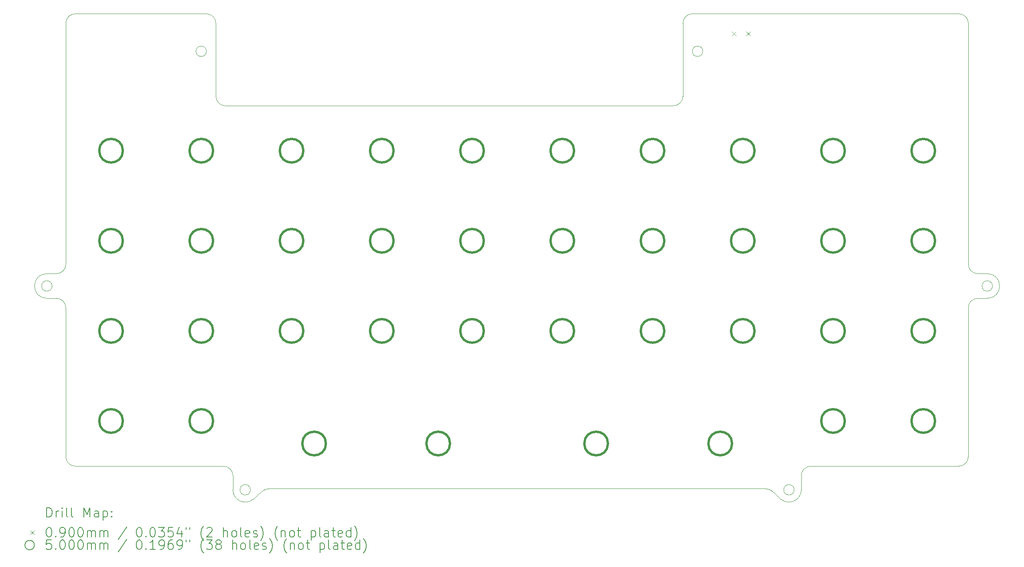
<source format=gbr>
%TF.GenerationSoftware,KiCad,Pcbnew,7.0.5-7.0.5~ubuntu22.04.1*%
%TF.CreationDate,2023-07-14T10:21:11+02:00*%
%TF.ProjectId,pur-offset-space-55,7075722d-6f66-4667-9365-742d73706163,rev?*%
%TF.SameCoordinates,Original*%
%TF.FileFunction,Drillmap*%
%TF.FilePolarity,Positive*%
%FSLAX45Y45*%
G04 Gerber Fmt 4.5, Leading zero omitted, Abs format (unit mm)*
G04 Created by KiCad (PCBNEW 7.0.5-7.0.5~ubuntu22.04.1) date 2023-07-14 10:21:11*
%MOMM*%
%LPD*%
G01*
G04 APERTURE LIST*
%ADD10C,0.100000*%
%ADD11C,0.200000*%
%ADD12C,0.090000*%
%ADD13C,0.500000*%
G04 APERTURE END LIST*
D10*
X24033380Y-10494580D02*
G75*
G03*
X24033380Y-9974580I0J260000D01*
G01*
X23833380Y-10494580D02*
G75*
G03*
X23633380Y-10694580I0J-200000D01*
G01*
X17808380Y-4479520D02*
G75*
G03*
X17608380Y-4679514I-10J-199990D01*
G01*
X19397259Y-14525535D02*
X19427469Y-14535972D01*
X4583380Y-6424580D02*
X4583380Y-4679514D01*
X8789302Y-14535967D02*
X8799110Y-14532309D01*
X8809085Y-14529028D01*
X8819230Y-14526136D01*
X8829549Y-14523641D01*
X8835527Y-14522398D01*
X23633380Y-9774580D02*
X23633380Y-8329580D01*
X23633386Y-4679514D02*
G75*
G03*
X23433380Y-4479514I-200006J-6D01*
G01*
X8109630Y-14244580D02*
G75*
G03*
X7909630Y-14044580I-200000J0D01*
G01*
X7750876Y-4679514D02*
G75*
G03*
X7550880Y-4479514I-199996J4D01*
G01*
X4583380Y-10694580D02*
G75*
G03*
X4383380Y-10494580I-200000J0D01*
G01*
X19620490Y-14690746D02*
X19628559Y-14698388D01*
X19636657Y-14705964D01*
X19644787Y-14713470D01*
X19652953Y-14720897D01*
X19657636Y-14725103D01*
X7909630Y-14044580D02*
X4783380Y-14044580D01*
X4783380Y-4479514D02*
X7550880Y-4479514D01*
X20307130Y-14044580D02*
G75*
G03*
X20107130Y-14244580I0J-200000D01*
G01*
X23633380Y-10694580D02*
X23633380Y-13844580D01*
X20107130Y-14544580D02*
X20107130Y-14244580D01*
X4783380Y-4479514D02*
G75*
G03*
X4583380Y-4679514I0J-200000D01*
G01*
X4183380Y-9974580D02*
X4383380Y-9974580D01*
X8835527Y-14522398D02*
X8869630Y-14520830D01*
X7750880Y-4679514D02*
X7750880Y-6224580D01*
X8533656Y-14746311D02*
X8542055Y-14739409D01*
X8550407Y-14732400D01*
X8558710Y-14725284D01*
X8566966Y-14718062D01*
X8571662Y-14713886D01*
X24033380Y-9974580D02*
X23833380Y-9974580D01*
X7550880Y-5272080D02*
G75*
G03*
X7550880Y-5272080I-110000J0D01*
G01*
X17408380Y-6424580D02*
G75*
G03*
X17608380Y-6224580I0J200000D01*
G01*
X24033380Y-10494580D02*
X23833380Y-10494580D01*
X19559514Y-14631440D02*
X19567532Y-14639185D01*
X19575529Y-14646977D01*
X19583511Y-14654806D01*
X19591482Y-14662662D01*
X19596033Y-14667159D01*
X8632886Y-14655129D02*
X8657268Y-14631412D01*
X19596033Y-14667159D02*
X19620490Y-14690746D01*
X8109630Y-14544580D02*
G75*
G03*
X8533656Y-14746311I260000J0D01*
G01*
X17608380Y-4679514D02*
X17608380Y-6224580D01*
X4293380Y-10234580D02*
G75*
G03*
X4293380Y-10234580I-110000J0D01*
G01*
X4583380Y-9774580D02*
X4583380Y-6424580D01*
X8657268Y-14631412D02*
X8665310Y-14623725D01*
X8673381Y-14616106D01*
X8681485Y-14608565D01*
X8689628Y-14601111D01*
X8694300Y-14596895D01*
X19347130Y-14520830D02*
X19358449Y-14521055D01*
X19369570Y-14521731D01*
X19380493Y-14522856D01*
X19391219Y-14524432D01*
X19397259Y-14525535D01*
X8789302Y-14535967D02*
X8760221Y-14548963D01*
X8694300Y-14596895D02*
X8720055Y-14576323D01*
X4183380Y-9974580D02*
G75*
G03*
X4183380Y-10494580I0J-260000D01*
G01*
X19427469Y-14535972D02*
X19437116Y-14539999D01*
X19446607Y-14544384D01*
X19455945Y-14549117D01*
X19465134Y-14554187D01*
X19470320Y-14557232D01*
X24143380Y-10234580D02*
G75*
G03*
X24143380Y-10234580I-110000J0D01*
G01*
X19534957Y-14608117D02*
X19559514Y-14631440D01*
X4583380Y-13844580D02*
G75*
G03*
X4783380Y-14044580I200000J0D01*
G01*
X4583380Y-10694580D02*
X4583380Y-13844580D01*
X23433380Y-14044580D02*
X21728380Y-14044580D01*
X19957130Y-14544580D02*
G75*
G03*
X19957130Y-14544580I-110000J0D01*
G01*
X23633380Y-9774580D02*
G75*
G03*
X23833380Y-9974580I200000J0D01*
G01*
X8479630Y-14544580D02*
G75*
G03*
X8479630Y-14544580I-110000J0D01*
G01*
X19496722Y-14576339D02*
X19505234Y-14582953D01*
X19513658Y-14589766D01*
X19522001Y-14596767D01*
X19530266Y-14603942D01*
X19534957Y-14608117D01*
X20307130Y-14044580D02*
X21728380Y-14044580D01*
X19657636Y-14725103D02*
X19683145Y-14746345D01*
X7750880Y-6224580D02*
G75*
G03*
X7950880Y-6424580I200000J0D01*
G01*
X17808380Y-4479514D02*
X23433380Y-4479514D01*
X19683145Y-14746345D02*
G75*
G03*
X20107130Y-14544580I163985J201765D01*
G01*
X4383380Y-9974580D02*
G75*
G03*
X4583380Y-9774580I0J200000D01*
G01*
X23633380Y-6424580D02*
X23633380Y-8329580D01*
X8109630Y-14544580D02*
X8109630Y-14244580D01*
X7950880Y-6424580D02*
X17408380Y-6424580D01*
X19470320Y-14557232D02*
X19496722Y-14576339D01*
X8596299Y-14690710D02*
X8604340Y-14683009D01*
X8612358Y-14675257D01*
X8620355Y-14667459D01*
X8628333Y-14659622D01*
X8632886Y-14655129D01*
X18028380Y-5272080D02*
G75*
G03*
X18028380Y-5272080I-110000J0D01*
G01*
X8720055Y-14576323D02*
X8728659Y-14569922D01*
X8737360Y-14563743D01*
X8746165Y-14557800D01*
X8755077Y-14552103D01*
X8760221Y-14548963D01*
X19347130Y-14520830D02*
X8869630Y-14520830D01*
X23433380Y-14044580D02*
G75*
G03*
X23633380Y-13844580I0J200000D01*
G01*
X23633380Y-4679514D02*
X23633380Y-6424580D01*
X4183380Y-10494580D02*
X4383380Y-10494580D01*
X8571662Y-14713886D02*
X8596299Y-14690710D01*
D11*
D12*
X18642700Y-4853920D02*
X18732700Y-4943920D01*
X18732700Y-4853920D02*
X18642700Y-4943920D01*
X18942700Y-4853920D02*
X19032700Y-4943920D01*
X19032700Y-4853920D02*
X18942700Y-4943920D01*
D13*
X5787840Y-7374260D02*
G75*
G03*
X5787840Y-7374260I-250000J0D01*
G01*
X5787840Y-9279260D02*
G75*
G03*
X5787840Y-9279260I-250000J0D01*
G01*
X5787840Y-11184260D02*
G75*
G03*
X5787840Y-11184260I-250000J0D01*
G01*
X5787840Y-13089260D02*
G75*
G03*
X5787840Y-13089260I-250000J0D01*
G01*
X7692840Y-7374260D02*
G75*
G03*
X7692840Y-7374260I-250000J0D01*
G01*
X7692840Y-9279260D02*
G75*
G03*
X7692840Y-9279260I-250000J0D01*
G01*
X7692840Y-11184260D02*
G75*
G03*
X7692840Y-11184260I-250000J0D01*
G01*
X7692840Y-13089260D02*
G75*
G03*
X7692840Y-13089260I-250000J0D01*
G01*
X9597840Y-7374260D02*
G75*
G03*
X9597840Y-7374260I-250000J0D01*
G01*
X9597840Y-9279260D02*
G75*
G03*
X9597840Y-9279260I-250000J0D01*
G01*
X9597840Y-11184260D02*
G75*
G03*
X9597840Y-11184260I-250000J0D01*
G01*
X10074090Y-13565510D02*
G75*
G03*
X10074090Y-13565510I-250000J0D01*
G01*
X11502840Y-7374260D02*
G75*
G03*
X11502840Y-7374260I-250000J0D01*
G01*
X11502840Y-9279260D02*
G75*
G03*
X11502840Y-9279260I-250000J0D01*
G01*
X11502840Y-11184260D02*
G75*
G03*
X11502840Y-11184260I-250000J0D01*
G01*
X12693465Y-13565510D02*
G75*
G03*
X12693465Y-13565510I-250000J0D01*
G01*
X13407840Y-7374260D02*
G75*
G03*
X13407840Y-7374260I-250000J0D01*
G01*
X13407840Y-9279260D02*
G75*
G03*
X13407840Y-9279260I-250000J0D01*
G01*
X13407840Y-11184260D02*
G75*
G03*
X13407840Y-11184260I-250000J0D01*
G01*
X15312840Y-7374260D02*
G75*
G03*
X15312840Y-7374260I-250000J0D01*
G01*
X15312840Y-9279260D02*
G75*
G03*
X15312840Y-9279260I-250000J0D01*
G01*
X15312840Y-11184260D02*
G75*
G03*
X15312840Y-11184260I-250000J0D01*
G01*
X16027215Y-13565510D02*
G75*
G03*
X16027215Y-13565510I-250000J0D01*
G01*
X17217840Y-7374260D02*
G75*
G03*
X17217840Y-7374260I-250000J0D01*
G01*
X17217840Y-9279260D02*
G75*
G03*
X17217840Y-9279260I-250000J0D01*
G01*
X17217840Y-11184260D02*
G75*
G03*
X17217840Y-11184260I-250000J0D01*
G01*
X18646590Y-13565510D02*
G75*
G03*
X18646590Y-13565510I-250000J0D01*
G01*
X19122840Y-7374260D02*
G75*
G03*
X19122840Y-7374260I-250000J0D01*
G01*
X19122840Y-9279260D02*
G75*
G03*
X19122840Y-9279260I-250000J0D01*
G01*
X19122840Y-11184260D02*
G75*
G03*
X19122840Y-11184260I-250000J0D01*
G01*
X21027840Y-7374260D02*
G75*
G03*
X21027840Y-7374260I-250000J0D01*
G01*
X21027840Y-9279260D02*
G75*
G03*
X21027840Y-9279260I-250000J0D01*
G01*
X21027840Y-11184260D02*
G75*
G03*
X21027840Y-11184260I-250000J0D01*
G01*
X21027840Y-13089260D02*
G75*
G03*
X21027840Y-13089260I-250000J0D01*
G01*
X22932840Y-7374260D02*
G75*
G03*
X22932840Y-7374260I-250000J0D01*
G01*
X22932840Y-9279260D02*
G75*
G03*
X22932840Y-9279260I-250000J0D01*
G01*
X22932840Y-11184260D02*
G75*
G03*
X22932840Y-11184260I-250000J0D01*
G01*
X22932840Y-13089260D02*
G75*
G03*
X22932840Y-13089260I-250000J0D01*
G01*
D11*
X4179157Y-15121064D02*
X4179157Y-14921064D01*
X4179157Y-14921064D02*
X4226776Y-14921064D01*
X4226776Y-14921064D02*
X4255347Y-14930588D01*
X4255347Y-14930588D02*
X4274395Y-14949635D01*
X4274395Y-14949635D02*
X4283919Y-14968683D01*
X4283919Y-14968683D02*
X4293443Y-15006778D01*
X4293443Y-15006778D02*
X4293443Y-15035349D01*
X4293443Y-15035349D02*
X4283919Y-15073445D01*
X4283919Y-15073445D02*
X4274395Y-15092492D01*
X4274395Y-15092492D02*
X4255347Y-15111540D01*
X4255347Y-15111540D02*
X4226776Y-15121064D01*
X4226776Y-15121064D02*
X4179157Y-15121064D01*
X4379157Y-15121064D02*
X4379157Y-14987730D01*
X4379157Y-15025826D02*
X4388681Y-15006778D01*
X4388681Y-15006778D02*
X4398204Y-14997254D01*
X4398204Y-14997254D02*
X4417252Y-14987730D01*
X4417252Y-14987730D02*
X4436300Y-14987730D01*
X4502966Y-15121064D02*
X4502966Y-14987730D01*
X4502966Y-14921064D02*
X4493443Y-14930588D01*
X4493443Y-14930588D02*
X4502966Y-14940111D01*
X4502966Y-14940111D02*
X4512490Y-14930588D01*
X4512490Y-14930588D02*
X4502966Y-14921064D01*
X4502966Y-14921064D02*
X4502966Y-14940111D01*
X4626776Y-15121064D02*
X4607728Y-15111540D01*
X4607728Y-15111540D02*
X4598204Y-15092492D01*
X4598204Y-15092492D02*
X4598204Y-14921064D01*
X4731538Y-15121064D02*
X4712490Y-15111540D01*
X4712490Y-15111540D02*
X4702966Y-15092492D01*
X4702966Y-15092492D02*
X4702966Y-14921064D01*
X4960109Y-15121064D02*
X4960109Y-14921064D01*
X4960109Y-14921064D02*
X5026776Y-15063921D01*
X5026776Y-15063921D02*
X5093443Y-14921064D01*
X5093443Y-14921064D02*
X5093443Y-15121064D01*
X5274395Y-15121064D02*
X5274395Y-15016302D01*
X5274395Y-15016302D02*
X5264871Y-14997254D01*
X5264871Y-14997254D02*
X5245824Y-14987730D01*
X5245824Y-14987730D02*
X5207728Y-14987730D01*
X5207728Y-14987730D02*
X5188681Y-14997254D01*
X5274395Y-15111540D02*
X5255347Y-15121064D01*
X5255347Y-15121064D02*
X5207728Y-15121064D01*
X5207728Y-15121064D02*
X5188681Y-15111540D01*
X5188681Y-15111540D02*
X5179157Y-15092492D01*
X5179157Y-15092492D02*
X5179157Y-15073445D01*
X5179157Y-15073445D02*
X5188681Y-15054397D01*
X5188681Y-15054397D02*
X5207728Y-15044873D01*
X5207728Y-15044873D02*
X5255347Y-15044873D01*
X5255347Y-15044873D02*
X5274395Y-15035349D01*
X5369633Y-14987730D02*
X5369633Y-15187730D01*
X5369633Y-14997254D02*
X5388681Y-14987730D01*
X5388681Y-14987730D02*
X5426776Y-14987730D01*
X5426776Y-14987730D02*
X5445824Y-14997254D01*
X5445824Y-14997254D02*
X5455347Y-15006778D01*
X5455347Y-15006778D02*
X5464871Y-15025826D01*
X5464871Y-15025826D02*
X5464871Y-15082968D01*
X5464871Y-15082968D02*
X5455347Y-15102016D01*
X5455347Y-15102016D02*
X5445824Y-15111540D01*
X5445824Y-15111540D02*
X5426776Y-15121064D01*
X5426776Y-15121064D02*
X5388681Y-15121064D01*
X5388681Y-15121064D02*
X5369633Y-15111540D01*
X5550585Y-15102016D02*
X5560109Y-15111540D01*
X5560109Y-15111540D02*
X5550585Y-15121064D01*
X5550585Y-15121064D02*
X5541062Y-15111540D01*
X5541062Y-15111540D02*
X5550585Y-15102016D01*
X5550585Y-15102016D02*
X5550585Y-15121064D01*
X5550585Y-14997254D02*
X5560109Y-15006778D01*
X5560109Y-15006778D02*
X5550585Y-15016302D01*
X5550585Y-15016302D02*
X5541062Y-15006778D01*
X5541062Y-15006778D02*
X5550585Y-14997254D01*
X5550585Y-14997254D02*
X5550585Y-15016302D01*
D12*
X3828380Y-15404580D02*
X3918380Y-15494580D01*
X3918380Y-15404580D02*
X3828380Y-15494580D01*
D11*
X4217252Y-15341064D02*
X4236300Y-15341064D01*
X4236300Y-15341064D02*
X4255347Y-15350588D01*
X4255347Y-15350588D02*
X4264871Y-15360111D01*
X4264871Y-15360111D02*
X4274395Y-15379159D01*
X4274395Y-15379159D02*
X4283919Y-15417254D01*
X4283919Y-15417254D02*
X4283919Y-15464873D01*
X4283919Y-15464873D02*
X4274395Y-15502968D01*
X4274395Y-15502968D02*
X4264871Y-15522016D01*
X4264871Y-15522016D02*
X4255347Y-15531540D01*
X4255347Y-15531540D02*
X4236300Y-15541064D01*
X4236300Y-15541064D02*
X4217252Y-15541064D01*
X4217252Y-15541064D02*
X4198204Y-15531540D01*
X4198204Y-15531540D02*
X4188681Y-15522016D01*
X4188681Y-15522016D02*
X4179157Y-15502968D01*
X4179157Y-15502968D02*
X4169633Y-15464873D01*
X4169633Y-15464873D02*
X4169633Y-15417254D01*
X4169633Y-15417254D02*
X4179157Y-15379159D01*
X4179157Y-15379159D02*
X4188681Y-15360111D01*
X4188681Y-15360111D02*
X4198204Y-15350588D01*
X4198204Y-15350588D02*
X4217252Y-15341064D01*
X4369633Y-15522016D02*
X4379157Y-15531540D01*
X4379157Y-15531540D02*
X4369633Y-15541064D01*
X4369633Y-15541064D02*
X4360109Y-15531540D01*
X4360109Y-15531540D02*
X4369633Y-15522016D01*
X4369633Y-15522016D02*
X4369633Y-15541064D01*
X4474395Y-15541064D02*
X4512490Y-15541064D01*
X4512490Y-15541064D02*
X4531538Y-15531540D01*
X4531538Y-15531540D02*
X4541062Y-15522016D01*
X4541062Y-15522016D02*
X4560109Y-15493445D01*
X4560109Y-15493445D02*
X4569633Y-15455349D01*
X4569633Y-15455349D02*
X4569633Y-15379159D01*
X4569633Y-15379159D02*
X4560109Y-15360111D01*
X4560109Y-15360111D02*
X4550585Y-15350588D01*
X4550585Y-15350588D02*
X4531538Y-15341064D01*
X4531538Y-15341064D02*
X4493443Y-15341064D01*
X4493443Y-15341064D02*
X4474395Y-15350588D01*
X4474395Y-15350588D02*
X4464871Y-15360111D01*
X4464871Y-15360111D02*
X4455347Y-15379159D01*
X4455347Y-15379159D02*
X4455347Y-15426778D01*
X4455347Y-15426778D02*
X4464871Y-15445826D01*
X4464871Y-15445826D02*
X4474395Y-15455349D01*
X4474395Y-15455349D02*
X4493443Y-15464873D01*
X4493443Y-15464873D02*
X4531538Y-15464873D01*
X4531538Y-15464873D02*
X4550585Y-15455349D01*
X4550585Y-15455349D02*
X4560109Y-15445826D01*
X4560109Y-15445826D02*
X4569633Y-15426778D01*
X4693443Y-15341064D02*
X4712490Y-15341064D01*
X4712490Y-15341064D02*
X4731538Y-15350588D01*
X4731538Y-15350588D02*
X4741062Y-15360111D01*
X4741062Y-15360111D02*
X4750585Y-15379159D01*
X4750585Y-15379159D02*
X4760109Y-15417254D01*
X4760109Y-15417254D02*
X4760109Y-15464873D01*
X4760109Y-15464873D02*
X4750585Y-15502968D01*
X4750585Y-15502968D02*
X4741062Y-15522016D01*
X4741062Y-15522016D02*
X4731538Y-15531540D01*
X4731538Y-15531540D02*
X4712490Y-15541064D01*
X4712490Y-15541064D02*
X4693443Y-15541064D01*
X4693443Y-15541064D02*
X4674395Y-15531540D01*
X4674395Y-15531540D02*
X4664871Y-15522016D01*
X4664871Y-15522016D02*
X4655347Y-15502968D01*
X4655347Y-15502968D02*
X4645824Y-15464873D01*
X4645824Y-15464873D02*
X4645824Y-15417254D01*
X4645824Y-15417254D02*
X4655347Y-15379159D01*
X4655347Y-15379159D02*
X4664871Y-15360111D01*
X4664871Y-15360111D02*
X4674395Y-15350588D01*
X4674395Y-15350588D02*
X4693443Y-15341064D01*
X4883919Y-15341064D02*
X4902966Y-15341064D01*
X4902966Y-15341064D02*
X4922014Y-15350588D01*
X4922014Y-15350588D02*
X4931538Y-15360111D01*
X4931538Y-15360111D02*
X4941062Y-15379159D01*
X4941062Y-15379159D02*
X4950585Y-15417254D01*
X4950585Y-15417254D02*
X4950585Y-15464873D01*
X4950585Y-15464873D02*
X4941062Y-15502968D01*
X4941062Y-15502968D02*
X4931538Y-15522016D01*
X4931538Y-15522016D02*
X4922014Y-15531540D01*
X4922014Y-15531540D02*
X4902966Y-15541064D01*
X4902966Y-15541064D02*
X4883919Y-15541064D01*
X4883919Y-15541064D02*
X4864871Y-15531540D01*
X4864871Y-15531540D02*
X4855347Y-15522016D01*
X4855347Y-15522016D02*
X4845824Y-15502968D01*
X4845824Y-15502968D02*
X4836300Y-15464873D01*
X4836300Y-15464873D02*
X4836300Y-15417254D01*
X4836300Y-15417254D02*
X4845824Y-15379159D01*
X4845824Y-15379159D02*
X4855347Y-15360111D01*
X4855347Y-15360111D02*
X4864871Y-15350588D01*
X4864871Y-15350588D02*
X4883919Y-15341064D01*
X5036300Y-15541064D02*
X5036300Y-15407730D01*
X5036300Y-15426778D02*
X5045824Y-15417254D01*
X5045824Y-15417254D02*
X5064871Y-15407730D01*
X5064871Y-15407730D02*
X5093443Y-15407730D01*
X5093443Y-15407730D02*
X5112490Y-15417254D01*
X5112490Y-15417254D02*
X5122014Y-15436302D01*
X5122014Y-15436302D02*
X5122014Y-15541064D01*
X5122014Y-15436302D02*
X5131538Y-15417254D01*
X5131538Y-15417254D02*
X5150585Y-15407730D01*
X5150585Y-15407730D02*
X5179157Y-15407730D01*
X5179157Y-15407730D02*
X5198205Y-15417254D01*
X5198205Y-15417254D02*
X5207728Y-15436302D01*
X5207728Y-15436302D02*
X5207728Y-15541064D01*
X5302966Y-15541064D02*
X5302966Y-15407730D01*
X5302966Y-15426778D02*
X5312490Y-15417254D01*
X5312490Y-15417254D02*
X5331538Y-15407730D01*
X5331538Y-15407730D02*
X5360109Y-15407730D01*
X5360109Y-15407730D02*
X5379157Y-15417254D01*
X5379157Y-15417254D02*
X5388681Y-15436302D01*
X5388681Y-15436302D02*
X5388681Y-15541064D01*
X5388681Y-15436302D02*
X5398205Y-15417254D01*
X5398205Y-15417254D02*
X5417252Y-15407730D01*
X5417252Y-15407730D02*
X5445824Y-15407730D01*
X5445824Y-15407730D02*
X5464871Y-15417254D01*
X5464871Y-15417254D02*
X5474395Y-15436302D01*
X5474395Y-15436302D02*
X5474395Y-15541064D01*
X5864871Y-15331540D02*
X5693443Y-15588683D01*
X6122014Y-15341064D02*
X6141062Y-15341064D01*
X6141062Y-15341064D02*
X6160109Y-15350588D01*
X6160109Y-15350588D02*
X6169633Y-15360111D01*
X6169633Y-15360111D02*
X6179157Y-15379159D01*
X6179157Y-15379159D02*
X6188681Y-15417254D01*
X6188681Y-15417254D02*
X6188681Y-15464873D01*
X6188681Y-15464873D02*
X6179157Y-15502968D01*
X6179157Y-15502968D02*
X6169633Y-15522016D01*
X6169633Y-15522016D02*
X6160109Y-15531540D01*
X6160109Y-15531540D02*
X6141062Y-15541064D01*
X6141062Y-15541064D02*
X6122014Y-15541064D01*
X6122014Y-15541064D02*
X6102966Y-15531540D01*
X6102966Y-15531540D02*
X6093443Y-15522016D01*
X6093443Y-15522016D02*
X6083919Y-15502968D01*
X6083919Y-15502968D02*
X6074395Y-15464873D01*
X6074395Y-15464873D02*
X6074395Y-15417254D01*
X6074395Y-15417254D02*
X6083919Y-15379159D01*
X6083919Y-15379159D02*
X6093443Y-15360111D01*
X6093443Y-15360111D02*
X6102966Y-15350588D01*
X6102966Y-15350588D02*
X6122014Y-15341064D01*
X6274395Y-15522016D02*
X6283919Y-15531540D01*
X6283919Y-15531540D02*
X6274395Y-15541064D01*
X6274395Y-15541064D02*
X6264871Y-15531540D01*
X6264871Y-15531540D02*
X6274395Y-15522016D01*
X6274395Y-15522016D02*
X6274395Y-15541064D01*
X6407728Y-15341064D02*
X6426776Y-15341064D01*
X6426776Y-15341064D02*
X6445824Y-15350588D01*
X6445824Y-15350588D02*
X6455347Y-15360111D01*
X6455347Y-15360111D02*
X6464871Y-15379159D01*
X6464871Y-15379159D02*
X6474395Y-15417254D01*
X6474395Y-15417254D02*
X6474395Y-15464873D01*
X6474395Y-15464873D02*
X6464871Y-15502968D01*
X6464871Y-15502968D02*
X6455347Y-15522016D01*
X6455347Y-15522016D02*
X6445824Y-15531540D01*
X6445824Y-15531540D02*
X6426776Y-15541064D01*
X6426776Y-15541064D02*
X6407728Y-15541064D01*
X6407728Y-15541064D02*
X6388681Y-15531540D01*
X6388681Y-15531540D02*
X6379157Y-15522016D01*
X6379157Y-15522016D02*
X6369633Y-15502968D01*
X6369633Y-15502968D02*
X6360109Y-15464873D01*
X6360109Y-15464873D02*
X6360109Y-15417254D01*
X6360109Y-15417254D02*
X6369633Y-15379159D01*
X6369633Y-15379159D02*
X6379157Y-15360111D01*
X6379157Y-15360111D02*
X6388681Y-15350588D01*
X6388681Y-15350588D02*
X6407728Y-15341064D01*
X6541062Y-15341064D02*
X6664871Y-15341064D01*
X6664871Y-15341064D02*
X6598205Y-15417254D01*
X6598205Y-15417254D02*
X6626776Y-15417254D01*
X6626776Y-15417254D02*
X6645824Y-15426778D01*
X6645824Y-15426778D02*
X6655347Y-15436302D01*
X6655347Y-15436302D02*
X6664871Y-15455349D01*
X6664871Y-15455349D02*
X6664871Y-15502968D01*
X6664871Y-15502968D02*
X6655347Y-15522016D01*
X6655347Y-15522016D02*
X6645824Y-15531540D01*
X6645824Y-15531540D02*
X6626776Y-15541064D01*
X6626776Y-15541064D02*
X6569633Y-15541064D01*
X6569633Y-15541064D02*
X6550586Y-15531540D01*
X6550586Y-15531540D02*
X6541062Y-15522016D01*
X6845824Y-15341064D02*
X6750586Y-15341064D01*
X6750586Y-15341064D02*
X6741062Y-15436302D01*
X6741062Y-15436302D02*
X6750586Y-15426778D01*
X6750586Y-15426778D02*
X6769633Y-15417254D01*
X6769633Y-15417254D02*
X6817252Y-15417254D01*
X6817252Y-15417254D02*
X6836300Y-15426778D01*
X6836300Y-15426778D02*
X6845824Y-15436302D01*
X6845824Y-15436302D02*
X6855347Y-15455349D01*
X6855347Y-15455349D02*
X6855347Y-15502968D01*
X6855347Y-15502968D02*
X6845824Y-15522016D01*
X6845824Y-15522016D02*
X6836300Y-15531540D01*
X6836300Y-15531540D02*
X6817252Y-15541064D01*
X6817252Y-15541064D02*
X6769633Y-15541064D01*
X6769633Y-15541064D02*
X6750586Y-15531540D01*
X6750586Y-15531540D02*
X6741062Y-15522016D01*
X7026776Y-15407730D02*
X7026776Y-15541064D01*
X6979157Y-15331540D02*
X6931538Y-15474397D01*
X6931538Y-15474397D02*
X7055347Y-15474397D01*
X7122014Y-15341064D02*
X7122014Y-15379159D01*
X7198205Y-15341064D02*
X7198205Y-15379159D01*
X7493443Y-15617254D02*
X7483919Y-15607730D01*
X7483919Y-15607730D02*
X7464871Y-15579159D01*
X7464871Y-15579159D02*
X7455348Y-15560111D01*
X7455348Y-15560111D02*
X7445824Y-15531540D01*
X7445824Y-15531540D02*
X7436300Y-15483921D01*
X7436300Y-15483921D02*
X7436300Y-15445826D01*
X7436300Y-15445826D02*
X7445824Y-15398207D01*
X7445824Y-15398207D02*
X7455348Y-15369635D01*
X7455348Y-15369635D02*
X7464871Y-15350588D01*
X7464871Y-15350588D02*
X7483919Y-15322016D01*
X7483919Y-15322016D02*
X7493443Y-15312492D01*
X7560109Y-15360111D02*
X7569633Y-15350588D01*
X7569633Y-15350588D02*
X7588681Y-15341064D01*
X7588681Y-15341064D02*
X7636300Y-15341064D01*
X7636300Y-15341064D02*
X7655348Y-15350588D01*
X7655348Y-15350588D02*
X7664871Y-15360111D01*
X7664871Y-15360111D02*
X7674395Y-15379159D01*
X7674395Y-15379159D02*
X7674395Y-15398207D01*
X7674395Y-15398207D02*
X7664871Y-15426778D01*
X7664871Y-15426778D02*
X7550586Y-15541064D01*
X7550586Y-15541064D02*
X7674395Y-15541064D01*
X7912490Y-15541064D02*
X7912490Y-15341064D01*
X7998205Y-15541064D02*
X7998205Y-15436302D01*
X7998205Y-15436302D02*
X7988681Y-15417254D01*
X7988681Y-15417254D02*
X7969633Y-15407730D01*
X7969633Y-15407730D02*
X7941062Y-15407730D01*
X7941062Y-15407730D02*
X7922014Y-15417254D01*
X7922014Y-15417254D02*
X7912490Y-15426778D01*
X8122014Y-15541064D02*
X8102967Y-15531540D01*
X8102967Y-15531540D02*
X8093443Y-15522016D01*
X8093443Y-15522016D02*
X8083919Y-15502968D01*
X8083919Y-15502968D02*
X8083919Y-15445826D01*
X8083919Y-15445826D02*
X8093443Y-15426778D01*
X8093443Y-15426778D02*
X8102967Y-15417254D01*
X8102967Y-15417254D02*
X8122014Y-15407730D01*
X8122014Y-15407730D02*
X8150586Y-15407730D01*
X8150586Y-15407730D02*
X8169633Y-15417254D01*
X8169633Y-15417254D02*
X8179157Y-15426778D01*
X8179157Y-15426778D02*
X8188681Y-15445826D01*
X8188681Y-15445826D02*
X8188681Y-15502968D01*
X8188681Y-15502968D02*
X8179157Y-15522016D01*
X8179157Y-15522016D02*
X8169633Y-15531540D01*
X8169633Y-15531540D02*
X8150586Y-15541064D01*
X8150586Y-15541064D02*
X8122014Y-15541064D01*
X8302967Y-15541064D02*
X8283919Y-15531540D01*
X8283919Y-15531540D02*
X8274395Y-15512492D01*
X8274395Y-15512492D02*
X8274395Y-15341064D01*
X8455348Y-15531540D02*
X8436300Y-15541064D01*
X8436300Y-15541064D02*
X8398205Y-15541064D01*
X8398205Y-15541064D02*
X8379157Y-15531540D01*
X8379157Y-15531540D02*
X8369633Y-15512492D01*
X8369633Y-15512492D02*
X8369633Y-15436302D01*
X8369633Y-15436302D02*
X8379157Y-15417254D01*
X8379157Y-15417254D02*
X8398205Y-15407730D01*
X8398205Y-15407730D02*
X8436300Y-15407730D01*
X8436300Y-15407730D02*
X8455348Y-15417254D01*
X8455348Y-15417254D02*
X8464872Y-15436302D01*
X8464872Y-15436302D02*
X8464872Y-15455349D01*
X8464872Y-15455349D02*
X8369633Y-15474397D01*
X8541062Y-15531540D02*
X8560110Y-15541064D01*
X8560110Y-15541064D02*
X8598205Y-15541064D01*
X8598205Y-15541064D02*
X8617253Y-15531540D01*
X8617253Y-15531540D02*
X8626776Y-15512492D01*
X8626776Y-15512492D02*
X8626776Y-15502968D01*
X8626776Y-15502968D02*
X8617253Y-15483921D01*
X8617253Y-15483921D02*
X8598205Y-15474397D01*
X8598205Y-15474397D02*
X8569633Y-15474397D01*
X8569633Y-15474397D02*
X8550586Y-15464873D01*
X8550586Y-15464873D02*
X8541062Y-15445826D01*
X8541062Y-15445826D02*
X8541062Y-15436302D01*
X8541062Y-15436302D02*
X8550586Y-15417254D01*
X8550586Y-15417254D02*
X8569633Y-15407730D01*
X8569633Y-15407730D02*
X8598205Y-15407730D01*
X8598205Y-15407730D02*
X8617253Y-15417254D01*
X8693443Y-15617254D02*
X8702967Y-15607730D01*
X8702967Y-15607730D02*
X8722014Y-15579159D01*
X8722014Y-15579159D02*
X8731538Y-15560111D01*
X8731538Y-15560111D02*
X8741062Y-15531540D01*
X8741062Y-15531540D02*
X8750586Y-15483921D01*
X8750586Y-15483921D02*
X8750586Y-15445826D01*
X8750586Y-15445826D02*
X8741062Y-15398207D01*
X8741062Y-15398207D02*
X8731538Y-15369635D01*
X8731538Y-15369635D02*
X8722014Y-15350588D01*
X8722014Y-15350588D02*
X8702967Y-15322016D01*
X8702967Y-15322016D02*
X8693443Y-15312492D01*
X9055348Y-15617254D02*
X9045824Y-15607730D01*
X9045824Y-15607730D02*
X9026776Y-15579159D01*
X9026776Y-15579159D02*
X9017253Y-15560111D01*
X9017253Y-15560111D02*
X9007729Y-15531540D01*
X9007729Y-15531540D02*
X8998205Y-15483921D01*
X8998205Y-15483921D02*
X8998205Y-15445826D01*
X8998205Y-15445826D02*
X9007729Y-15398207D01*
X9007729Y-15398207D02*
X9017253Y-15369635D01*
X9017253Y-15369635D02*
X9026776Y-15350588D01*
X9026776Y-15350588D02*
X9045824Y-15322016D01*
X9045824Y-15322016D02*
X9055348Y-15312492D01*
X9131538Y-15407730D02*
X9131538Y-15541064D01*
X9131538Y-15426778D02*
X9141062Y-15417254D01*
X9141062Y-15417254D02*
X9160110Y-15407730D01*
X9160110Y-15407730D02*
X9188681Y-15407730D01*
X9188681Y-15407730D02*
X9207729Y-15417254D01*
X9207729Y-15417254D02*
X9217253Y-15436302D01*
X9217253Y-15436302D02*
X9217253Y-15541064D01*
X9341062Y-15541064D02*
X9322014Y-15531540D01*
X9322014Y-15531540D02*
X9312491Y-15522016D01*
X9312491Y-15522016D02*
X9302967Y-15502968D01*
X9302967Y-15502968D02*
X9302967Y-15445826D01*
X9302967Y-15445826D02*
X9312491Y-15426778D01*
X9312491Y-15426778D02*
X9322014Y-15417254D01*
X9322014Y-15417254D02*
X9341062Y-15407730D01*
X9341062Y-15407730D02*
X9369634Y-15407730D01*
X9369634Y-15407730D02*
X9388681Y-15417254D01*
X9388681Y-15417254D02*
X9398205Y-15426778D01*
X9398205Y-15426778D02*
X9407729Y-15445826D01*
X9407729Y-15445826D02*
X9407729Y-15502968D01*
X9407729Y-15502968D02*
X9398205Y-15522016D01*
X9398205Y-15522016D02*
X9388681Y-15531540D01*
X9388681Y-15531540D02*
X9369634Y-15541064D01*
X9369634Y-15541064D02*
X9341062Y-15541064D01*
X9464872Y-15407730D02*
X9541062Y-15407730D01*
X9493443Y-15341064D02*
X9493443Y-15512492D01*
X9493443Y-15512492D02*
X9502967Y-15531540D01*
X9502967Y-15531540D02*
X9522014Y-15541064D01*
X9522014Y-15541064D02*
X9541062Y-15541064D01*
X9760110Y-15407730D02*
X9760110Y-15607730D01*
X9760110Y-15417254D02*
X9779157Y-15407730D01*
X9779157Y-15407730D02*
X9817253Y-15407730D01*
X9817253Y-15407730D02*
X9836300Y-15417254D01*
X9836300Y-15417254D02*
X9845824Y-15426778D01*
X9845824Y-15426778D02*
X9855348Y-15445826D01*
X9855348Y-15445826D02*
X9855348Y-15502968D01*
X9855348Y-15502968D02*
X9845824Y-15522016D01*
X9845824Y-15522016D02*
X9836300Y-15531540D01*
X9836300Y-15531540D02*
X9817253Y-15541064D01*
X9817253Y-15541064D02*
X9779157Y-15541064D01*
X9779157Y-15541064D02*
X9760110Y-15531540D01*
X9969634Y-15541064D02*
X9950586Y-15531540D01*
X9950586Y-15531540D02*
X9941062Y-15512492D01*
X9941062Y-15512492D02*
X9941062Y-15341064D01*
X10131538Y-15541064D02*
X10131538Y-15436302D01*
X10131538Y-15436302D02*
X10122015Y-15417254D01*
X10122015Y-15417254D02*
X10102967Y-15407730D01*
X10102967Y-15407730D02*
X10064872Y-15407730D01*
X10064872Y-15407730D02*
X10045824Y-15417254D01*
X10131538Y-15531540D02*
X10112491Y-15541064D01*
X10112491Y-15541064D02*
X10064872Y-15541064D01*
X10064872Y-15541064D02*
X10045824Y-15531540D01*
X10045824Y-15531540D02*
X10036300Y-15512492D01*
X10036300Y-15512492D02*
X10036300Y-15493445D01*
X10036300Y-15493445D02*
X10045824Y-15474397D01*
X10045824Y-15474397D02*
X10064872Y-15464873D01*
X10064872Y-15464873D02*
X10112491Y-15464873D01*
X10112491Y-15464873D02*
X10131538Y-15455349D01*
X10198205Y-15407730D02*
X10274395Y-15407730D01*
X10226776Y-15341064D02*
X10226776Y-15512492D01*
X10226776Y-15512492D02*
X10236300Y-15531540D01*
X10236300Y-15531540D02*
X10255348Y-15541064D01*
X10255348Y-15541064D02*
X10274395Y-15541064D01*
X10417253Y-15531540D02*
X10398205Y-15541064D01*
X10398205Y-15541064D02*
X10360110Y-15541064D01*
X10360110Y-15541064D02*
X10341062Y-15531540D01*
X10341062Y-15531540D02*
X10331538Y-15512492D01*
X10331538Y-15512492D02*
X10331538Y-15436302D01*
X10331538Y-15436302D02*
X10341062Y-15417254D01*
X10341062Y-15417254D02*
X10360110Y-15407730D01*
X10360110Y-15407730D02*
X10398205Y-15407730D01*
X10398205Y-15407730D02*
X10417253Y-15417254D01*
X10417253Y-15417254D02*
X10426776Y-15436302D01*
X10426776Y-15436302D02*
X10426776Y-15455349D01*
X10426776Y-15455349D02*
X10331538Y-15474397D01*
X10598205Y-15541064D02*
X10598205Y-15341064D01*
X10598205Y-15531540D02*
X10579157Y-15541064D01*
X10579157Y-15541064D02*
X10541062Y-15541064D01*
X10541062Y-15541064D02*
X10522015Y-15531540D01*
X10522015Y-15531540D02*
X10512491Y-15522016D01*
X10512491Y-15522016D02*
X10502967Y-15502968D01*
X10502967Y-15502968D02*
X10502967Y-15445826D01*
X10502967Y-15445826D02*
X10512491Y-15426778D01*
X10512491Y-15426778D02*
X10522015Y-15417254D01*
X10522015Y-15417254D02*
X10541062Y-15407730D01*
X10541062Y-15407730D02*
X10579157Y-15407730D01*
X10579157Y-15407730D02*
X10598205Y-15417254D01*
X10674396Y-15617254D02*
X10683919Y-15607730D01*
X10683919Y-15607730D02*
X10702967Y-15579159D01*
X10702967Y-15579159D02*
X10712491Y-15560111D01*
X10712491Y-15560111D02*
X10722015Y-15531540D01*
X10722015Y-15531540D02*
X10731538Y-15483921D01*
X10731538Y-15483921D02*
X10731538Y-15445826D01*
X10731538Y-15445826D02*
X10722015Y-15398207D01*
X10722015Y-15398207D02*
X10712491Y-15369635D01*
X10712491Y-15369635D02*
X10702967Y-15350588D01*
X10702967Y-15350588D02*
X10683919Y-15322016D01*
X10683919Y-15322016D02*
X10674396Y-15312492D01*
X3918380Y-15713580D02*
G75*
G03*
X3918380Y-15713580I-100000J0D01*
G01*
X4274395Y-15605064D02*
X4179157Y-15605064D01*
X4179157Y-15605064D02*
X4169633Y-15700302D01*
X4169633Y-15700302D02*
X4179157Y-15690778D01*
X4179157Y-15690778D02*
X4198204Y-15681254D01*
X4198204Y-15681254D02*
X4245824Y-15681254D01*
X4245824Y-15681254D02*
X4264871Y-15690778D01*
X4264871Y-15690778D02*
X4274395Y-15700302D01*
X4274395Y-15700302D02*
X4283919Y-15719349D01*
X4283919Y-15719349D02*
X4283919Y-15766968D01*
X4283919Y-15766968D02*
X4274395Y-15786016D01*
X4274395Y-15786016D02*
X4264871Y-15795540D01*
X4264871Y-15795540D02*
X4245824Y-15805064D01*
X4245824Y-15805064D02*
X4198204Y-15805064D01*
X4198204Y-15805064D02*
X4179157Y-15795540D01*
X4179157Y-15795540D02*
X4169633Y-15786016D01*
X4369633Y-15786016D02*
X4379157Y-15795540D01*
X4379157Y-15795540D02*
X4369633Y-15805064D01*
X4369633Y-15805064D02*
X4360109Y-15795540D01*
X4360109Y-15795540D02*
X4369633Y-15786016D01*
X4369633Y-15786016D02*
X4369633Y-15805064D01*
X4502966Y-15605064D02*
X4522014Y-15605064D01*
X4522014Y-15605064D02*
X4541062Y-15614588D01*
X4541062Y-15614588D02*
X4550585Y-15624111D01*
X4550585Y-15624111D02*
X4560109Y-15643159D01*
X4560109Y-15643159D02*
X4569633Y-15681254D01*
X4569633Y-15681254D02*
X4569633Y-15728873D01*
X4569633Y-15728873D02*
X4560109Y-15766968D01*
X4560109Y-15766968D02*
X4550585Y-15786016D01*
X4550585Y-15786016D02*
X4541062Y-15795540D01*
X4541062Y-15795540D02*
X4522014Y-15805064D01*
X4522014Y-15805064D02*
X4502966Y-15805064D01*
X4502966Y-15805064D02*
X4483919Y-15795540D01*
X4483919Y-15795540D02*
X4474395Y-15786016D01*
X4474395Y-15786016D02*
X4464871Y-15766968D01*
X4464871Y-15766968D02*
X4455347Y-15728873D01*
X4455347Y-15728873D02*
X4455347Y-15681254D01*
X4455347Y-15681254D02*
X4464871Y-15643159D01*
X4464871Y-15643159D02*
X4474395Y-15624111D01*
X4474395Y-15624111D02*
X4483919Y-15614588D01*
X4483919Y-15614588D02*
X4502966Y-15605064D01*
X4693443Y-15605064D02*
X4712490Y-15605064D01*
X4712490Y-15605064D02*
X4731538Y-15614588D01*
X4731538Y-15614588D02*
X4741062Y-15624111D01*
X4741062Y-15624111D02*
X4750585Y-15643159D01*
X4750585Y-15643159D02*
X4760109Y-15681254D01*
X4760109Y-15681254D02*
X4760109Y-15728873D01*
X4760109Y-15728873D02*
X4750585Y-15766968D01*
X4750585Y-15766968D02*
X4741062Y-15786016D01*
X4741062Y-15786016D02*
X4731538Y-15795540D01*
X4731538Y-15795540D02*
X4712490Y-15805064D01*
X4712490Y-15805064D02*
X4693443Y-15805064D01*
X4693443Y-15805064D02*
X4674395Y-15795540D01*
X4674395Y-15795540D02*
X4664871Y-15786016D01*
X4664871Y-15786016D02*
X4655347Y-15766968D01*
X4655347Y-15766968D02*
X4645824Y-15728873D01*
X4645824Y-15728873D02*
X4645824Y-15681254D01*
X4645824Y-15681254D02*
X4655347Y-15643159D01*
X4655347Y-15643159D02*
X4664871Y-15624111D01*
X4664871Y-15624111D02*
X4674395Y-15614588D01*
X4674395Y-15614588D02*
X4693443Y-15605064D01*
X4883919Y-15605064D02*
X4902966Y-15605064D01*
X4902966Y-15605064D02*
X4922014Y-15614588D01*
X4922014Y-15614588D02*
X4931538Y-15624111D01*
X4931538Y-15624111D02*
X4941062Y-15643159D01*
X4941062Y-15643159D02*
X4950585Y-15681254D01*
X4950585Y-15681254D02*
X4950585Y-15728873D01*
X4950585Y-15728873D02*
X4941062Y-15766968D01*
X4941062Y-15766968D02*
X4931538Y-15786016D01*
X4931538Y-15786016D02*
X4922014Y-15795540D01*
X4922014Y-15795540D02*
X4902966Y-15805064D01*
X4902966Y-15805064D02*
X4883919Y-15805064D01*
X4883919Y-15805064D02*
X4864871Y-15795540D01*
X4864871Y-15795540D02*
X4855347Y-15786016D01*
X4855347Y-15786016D02*
X4845824Y-15766968D01*
X4845824Y-15766968D02*
X4836300Y-15728873D01*
X4836300Y-15728873D02*
X4836300Y-15681254D01*
X4836300Y-15681254D02*
X4845824Y-15643159D01*
X4845824Y-15643159D02*
X4855347Y-15624111D01*
X4855347Y-15624111D02*
X4864871Y-15614588D01*
X4864871Y-15614588D02*
X4883919Y-15605064D01*
X5036300Y-15805064D02*
X5036300Y-15671730D01*
X5036300Y-15690778D02*
X5045824Y-15681254D01*
X5045824Y-15681254D02*
X5064871Y-15671730D01*
X5064871Y-15671730D02*
X5093443Y-15671730D01*
X5093443Y-15671730D02*
X5112490Y-15681254D01*
X5112490Y-15681254D02*
X5122014Y-15700302D01*
X5122014Y-15700302D02*
X5122014Y-15805064D01*
X5122014Y-15700302D02*
X5131538Y-15681254D01*
X5131538Y-15681254D02*
X5150585Y-15671730D01*
X5150585Y-15671730D02*
X5179157Y-15671730D01*
X5179157Y-15671730D02*
X5198205Y-15681254D01*
X5198205Y-15681254D02*
X5207728Y-15700302D01*
X5207728Y-15700302D02*
X5207728Y-15805064D01*
X5302966Y-15805064D02*
X5302966Y-15671730D01*
X5302966Y-15690778D02*
X5312490Y-15681254D01*
X5312490Y-15681254D02*
X5331538Y-15671730D01*
X5331538Y-15671730D02*
X5360109Y-15671730D01*
X5360109Y-15671730D02*
X5379157Y-15681254D01*
X5379157Y-15681254D02*
X5388681Y-15700302D01*
X5388681Y-15700302D02*
X5388681Y-15805064D01*
X5388681Y-15700302D02*
X5398205Y-15681254D01*
X5398205Y-15681254D02*
X5417252Y-15671730D01*
X5417252Y-15671730D02*
X5445824Y-15671730D01*
X5445824Y-15671730D02*
X5464871Y-15681254D01*
X5464871Y-15681254D02*
X5474395Y-15700302D01*
X5474395Y-15700302D02*
X5474395Y-15805064D01*
X5864871Y-15595540D02*
X5693443Y-15852683D01*
X6122014Y-15605064D02*
X6141062Y-15605064D01*
X6141062Y-15605064D02*
X6160109Y-15614588D01*
X6160109Y-15614588D02*
X6169633Y-15624111D01*
X6169633Y-15624111D02*
X6179157Y-15643159D01*
X6179157Y-15643159D02*
X6188681Y-15681254D01*
X6188681Y-15681254D02*
X6188681Y-15728873D01*
X6188681Y-15728873D02*
X6179157Y-15766968D01*
X6179157Y-15766968D02*
X6169633Y-15786016D01*
X6169633Y-15786016D02*
X6160109Y-15795540D01*
X6160109Y-15795540D02*
X6141062Y-15805064D01*
X6141062Y-15805064D02*
X6122014Y-15805064D01*
X6122014Y-15805064D02*
X6102966Y-15795540D01*
X6102966Y-15795540D02*
X6093443Y-15786016D01*
X6093443Y-15786016D02*
X6083919Y-15766968D01*
X6083919Y-15766968D02*
X6074395Y-15728873D01*
X6074395Y-15728873D02*
X6074395Y-15681254D01*
X6074395Y-15681254D02*
X6083919Y-15643159D01*
X6083919Y-15643159D02*
X6093443Y-15624111D01*
X6093443Y-15624111D02*
X6102966Y-15614588D01*
X6102966Y-15614588D02*
X6122014Y-15605064D01*
X6274395Y-15786016D02*
X6283919Y-15795540D01*
X6283919Y-15795540D02*
X6274395Y-15805064D01*
X6274395Y-15805064D02*
X6264871Y-15795540D01*
X6264871Y-15795540D02*
X6274395Y-15786016D01*
X6274395Y-15786016D02*
X6274395Y-15805064D01*
X6474395Y-15805064D02*
X6360109Y-15805064D01*
X6417252Y-15805064D02*
X6417252Y-15605064D01*
X6417252Y-15605064D02*
X6398205Y-15633635D01*
X6398205Y-15633635D02*
X6379157Y-15652683D01*
X6379157Y-15652683D02*
X6360109Y-15662207D01*
X6569633Y-15805064D02*
X6607728Y-15805064D01*
X6607728Y-15805064D02*
X6626776Y-15795540D01*
X6626776Y-15795540D02*
X6636300Y-15786016D01*
X6636300Y-15786016D02*
X6655347Y-15757445D01*
X6655347Y-15757445D02*
X6664871Y-15719349D01*
X6664871Y-15719349D02*
X6664871Y-15643159D01*
X6664871Y-15643159D02*
X6655347Y-15624111D01*
X6655347Y-15624111D02*
X6645824Y-15614588D01*
X6645824Y-15614588D02*
X6626776Y-15605064D01*
X6626776Y-15605064D02*
X6588681Y-15605064D01*
X6588681Y-15605064D02*
X6569633Y-15614588D01*
X6569633Y-15614588D02*
X6560109Y-15624111D01*
X6560109Y-15624111D02*
X6550586Y-15643159D01*
X6550586Y-15643159D02*
X6550586Y-15690778D01*
X6550586Y-15690778D02*
X6560109Y-15709826D01*
X6560109Y-15709826D02*
X6569633Y-15719349D01*
X6569633Y-15719349D02*
X6588681Y-15728873D01*
X6588681Y-15728873D02*
X6626776Y-15728873D01*
X6626776Y-15728873D02*
X6645824Y-15719349D01*
X6645824Y-15719349D02*
X6655347Y-15709826D01*
X6655347Y-15709826D02*
X6664871Y-15690778D01*
X6836300Y-15605064D02*
X6798205Y-15605064D01*
X6798205Y-15605064D02*
X6779157Y-15614588D01*
X6779157Y-15614588D02*
X6769633Y-15624111D01*
X6769633Y-15624111D02*
X6750586Y-15652683D01*
X6750586Y-15652683D02*
X6741062Y-15690778D01*
X6741062Y-15690778D02*
X6741062Y-15766968D01*
X6741062Y-15766968D02*
X6750586Y-15786016D01*
X6750586Y-15786016D02*
X6760109Y-15795540D01*
X6760109Y-15795540D02*
X6779157Y-15805064D01*
X6779157Y-15805064D02*
X6817252Y-15805064D01*
X6817252Y-15805064D02*
X6836300Y-15795540D01*
X6836300Y-15795540D02*
X6845824Y-15786016D01*
X6845824Y-15786016D02*
X6855347Y-15766968D01*
X6855347Y-15766968D02*
X6855347Y-15719349D01*
X6855347Y-15719349D02*
X6845824Y-15700302D01*
X6845824Y-15700302D02*
X6836300Y-15690778D01*
X6836300Y-15690778D02*
X6817252Y-15681254D01*
X6817252Y-15681254D02*
X6779157Y-15681254D01*
X6779157Y-15681254D02*
X6760109Y-15690778D01*
X6760109Y-15690778D02*
X6750586Y-15700302D01*
X6750586Y-15700302D02*
X6741062Y-15719349D01*
X6950586Y-15805064D02*
X6988681Y-15805064D01*
X6988681Y-15805064D02*
X7007728Y-15795540D01*
X7007728Y-15795540D02*
X7017252Y-15786016D01*
X7017252Y-15786016D02*
X7036300Y-15757445D01*
X7036300Y-15757445D02*
X7045824Y-15719349D01*
X7045824Y-15719349D02*
X7045824Y-15643159D01*
X7045824Y-15643159D02*
X7036300Y-15624111D01*
X7036300Y-15624111D02*
X7026776Y-15614588D01*
X7026776Y-15614588D02*
X7007728Y-15605064D01*
X7007728Y-15605064D02*
X6969633Y-15605064D01*
X6969633Y-15605064D02*
X6950586Y-15614588D01*
X6950586Y-15614588D02*
X6941062Y-15624111D01*
X6941062Y-15624111D02*
X6931538Y-15643159D01*
X6931538Y-15643159D02*
X6931538Y-15690778D01*
X6931538Y-15690778D02*
X6941062Y-15709826D01*
X6941062Y-15709826D02*
X6950586Y-15719349D01*
X6950586Y-15719349D02*
X6969633Y-15728873D01*
X6969633Y-15728873D02*
X7007728Y-15728873D01*
X7007728Y-15728873D02*
X7026776Y-15719349D01*
X7026776Y-15719349D02*
X7036300Y-15709826D01*
X7036300Y-15709826D02*
X7045824Y-15690778D01*
X7122014Y-15605064D02*
X7122014Y-15643159D01*
X7198205Y-15605064D02*
X7198205Y-15643159D01*
X7493443Y-15881254D02*
X7483919Y-15871730D01*
X7483919Y-15871730D02*
X7464871Y-15843159D01*
X7464871Y-15843159D02*
X7455348Y-15824111D01*
X7455348Y-15824111D02*
X7445824Y-15795540D01*
X7445824Y-15795540D02*
X7436300Y-15747921D01*
X7436300Y-15747921D02*
X7436300Y-15709826D01*
X7436300Y-15709826D02*
X7445824Y-15662207D01*
X7445824Y-15662207D02*
X7455348Y-15633635D01*
X7455348Y-15633635D02*
X7464871Y-15614588D01*
X7464871Y-15614588D02*
X7483919Y-15586016D01*
X7483919Y-15586016D02*
X7493443Y-15576492D01*
X7550586Y-15605064D02*
X7674395Y-15605064D01*
X7674395Y-15605064D02*
X7607728Y-15681254D01*
X7607728Y-15681254D02*
X7636300Y-15681254D01*
X7636300Y-15681254D02*
X7655348Y-15690778D01*
X7655348Y-15690778D02*
X7664871Y-15700302D01*
X7664871Y-15700302D02*
X7674395Y-15719349D01*
X7674395Y-15719349D02*
X7674395Y-15766968D01*
X7674395Y-15766968D02*
X7664871Y-15786016D01*
X7664871Y-15786016D02*
X7655348Y-15795540D01*
X7655348Y-15795540D02*
X7636300Y-15805064D01*
X7636300Y-15805064D02*
X7579157Y-15805064D01*
X7579157Y-15805064D02*
X7560109Y-15795540D01*
X7560109Y-15795540D02*
X7550586Y-15786016D01*
X7788681Y-15690778D02*
X7769633Y-15681254D01*
X7769633Y-15681254D02*
X7760109Y-15671730D01*
X7760109Y-15671730D02*
X7750586Y-15652683D01*
X7750586Y-15652683D02*
X7750586Y-15643159D01*
X7750586Y-15643159D02*
X7760109Y-15624111D01*
X7760109Y-15624111D02*
X7769633Y-15614588D01*
X7769633Y-15614588D02*
X7788681Y-15605064D01*
X7788681Y-15605064D02*
X7826776Y-15605064D01*
X7826776Y-15605064D02*
X7845824Y-15614588D01*
X7845824Y-15614588D02*
X7855348Y-15624111D01*
X7855348Y-15624111D02*
X7864871Y-15643159D01*
X7864871Y-15643159D02*
X7864871Y-15652683D01*
X7864871Y-15652683D02*
X7855348Y-15671730D01*
X7855348Y-15671730D02*
X7845824Y-15681254D01*
X7845824Y-15681254D02*
X7826776Y-15690778D01*
X7826776Y-15690778D02*
X7788681Y-15690778D01*
X7788681Y-15690778D02*
X7769633Y-15700302D01*
X7769633Y-15700302D02*
X7760109Y-15709826D01*
X7760109Y-15709826D02*
X7750586Y-15728873D01*
X7750586Y-15728873D02*
X7750586Y-15766968D01*
X7750586Y-15766968D02*
X7760109Y-15786016D01*
X7760109Y-15786016D02*
X7769633Y-15795540D01*
X7769633Y-15795540D02*
X7788681Y-15805064D01*
X7788681Y-15805064D02*
X7826776Y-15805064D01*
X7826776Y-15805064D02*
X7845824Y-15795540D01*
X7845824Y-15795540D02*
X7855348Y-15786016D01*
X7855348Y-15786016D02*
X7864871Y-15766968D01*
X7864871Y-15766968D02*
X7864871Y-15728873D01*
X7864871Y-15728873D02*
X7855348Y-15709826D01*
X7855348Y-15709826D02*
X7845824Y-15700302D01*
X7845824Y-15700302D02*
X7826776Y-15690778D01*
X8102967Y-15805064D02*
X8102967Y-15605064D01*
X8188681Y-15805064D02*
X8188681Y-15700302D01*
X8188681Y-15700302D02*
X8179157Y-15681254D01*
X8179157Y-15681254D02*
X8160110Y-15671730D01*
X8160110Y-15671730D02*
X8131538Y-15671730D01*
X8131538Y-15671730D02*
X8112490Y-15681254D01*
X8112490Y-15681254D02*
X8102967Y-15690778D01*
X8312490Y-15805064D02*
X8293443Y-15795540D01*
X8293443Y-15795540D02*
X8283919Y-15786016D01*
X8283919Y-15786016D02*
X8274395Y-15766968D01*
X8274395Y-15766968D02*
X8274395Y-15709826D01*
X8274395Y-15709826D02*
X8283919Y-15690778D01*
X8283919Y-15690778D02*
X8293443Y-15681254D01*
X8293443Y-15681254D02*
X8312490Y-15671730D01*
X8312490Y-15671730D02*
X8341062Y-15671730D01*
X8341062Y-15671730D02*
X8360110Y-15681254D01*
X8360110Y-15681254D02*
X8369633Y-15690778D01*
X8369633Y-15690778D02*
X8379157Y-15709826D01*
X8379157Y-15709826D02*
X8379157Y-15766968D01*
X8379157Y-15766968D02*
X8369633Y-15786016D01*
X8369633Y-15786016D02*
X8360110Y-15795540D01*
X8360110Y-15795540D02*
X8341062Y-15805064D01*
X8341062Y-15805064D02*
X8312490Y-15805064D01*
X8493443Y-15805064D02*
X8474395Y-15795540D01*
X8474395Y-15795540D02*
X8464872Y-15776492D01*
X8464872Y-15776492D02*
X8464872Y-15605064D01*
X8645824Y-15795540D02*
X8626776Y-15805064D01*
X8626776Y-15805064D02*
X8588681Y-15805064D01*
X8588681Y-15805064D02*
X8569633Y-15795540D01*
X8569633Y-15795540D02*
X8560110Y-15776492D01*
X8560110Y-15776492D02*
X8560110Y-15700302D01*
X8560110Y-15700302D02*
X8569633Y-15681254D01*
X8569633Y-15681254D02*
X8588681Y-15671730D01*
X8588681Y-15671730D02*
X8626776Y-15671730D01*
X8626776Y-15671730D02*
X8645824Y-15681254D01*
X8645824Y-15681254D02*
X8655348Y-15700302D01*
X8655348Y-15700302D02*
X8655348Y-15719349D01*
X8655348Y-15719349D02*
X8560110Y-15738397D01*
X8731538Y-15795540D02*
X8750586Y-15805064D01*
X8750586Y-15805064D02*
X8788681Y-15805064D01*
X8788681Y-15805064D02*
X8807729Y-15795540D01*
X8807729Y-15795540D02*
X8817253Y-15776492D01*
X8817253Y-15776492D02*
X8817253Y-15766968D01*
X8817253Y-15766968D02*
X8807729Y-15747921D01*
X8807729Y-15747921D02*
X8788681Y-15738397D01*
X8788681Y-15738397D02*
X8760110Y-15738397D01*
X8760110Y-15738397D02*
X8741062Y-15728873D01*
X8741062Y-15728873D02*
X8731538Y-15709826D01*
X8731538Y-15709826D02*
X8731538Y-15700302D01*
X8731538Y-15700302D02*
X8741062Y-15681254D01*
X8741062Y-15681254D02*
X8760110Y-15671730D01*
X8760110Y-15671730D02*
X8788681Y-15671730D01*
X8788681Y-15671730D02*
X8807729Y-15681254D01*
X8883919Y-15881254D02*
X8893443Y-15871730D01*
X8893443Y-15871730D02*
X8912491Y-15843159D01*
X8912491Y-15843159D02*
X8922014Y-15824111D01*
X8922014Y-15824111D02*
X8931538Y-15795540D01*
X8931538Y-15795540D02*
X8941062Y-15747921D01*
X8941062Y-15747921D02*
X8941062Y-15709826D01*
X8941062Y-15709826D02*
X8931538Y-15662207D01*
X8931538Y-15662207D02*
X8922014Y-15633635D01*
X8922014Y-15633635D02*
X8912491Y-15614588D01*
X8912491Y-15614588D02*
X8893443Y-15586016D01*
X8893443Y-15586016D02*
X8883919Y-15576492D01*
X9245824Y-15881254D02*
X9236300Y-15871730D01*
X9236300Y-15871730D02*
X9217253Y-15843159D01*
X9217253Y-15843159D02*
X9207729Y-15824111D01*
X9207729Y-15824111D02*
X9198205Y-15795540D01*
X9198205Y-15795540D02*
X9188681Y-15747921D01*
X9188681Y-15747921D02*
X9188681Y-15709826D01*
X9188681Y-15709826D02*
X9198205Y-15662207D01*
X9198205Y-15662207D02*
X9207729Y-15633635D01*
X9207729Y-15633635D02*
X9217253Y-15614588D01*
X9217253Y-15614588D02*
X9236300Y-15586016D01*
X9236300Y-15586016D02*
X9245824Y-15576492D01*
X9322014Y-15671730D02*
X9322014Y-15805064D01*
X9322014Y-15690778D02*
X9331538Y-15681254D01*
X9331538Y-15681254D02*
X9350586Y-15671730D01*
X9350586Y-15671730D02*
X9379157Y-15671730D01*
X9379157Y-15671730D02*
X9398205Y-15681254D01*
X9398205Y-15681254D02*
X9407729Y-15700302D01*
X9407729Y-15700302D02*
X9407729Y-15805064D01*
X9531538Y-15805064D02*
X9512491Y-15795540D01*
X9512491Y-15795540D02*
X9502967Y-15786016D01*
X9502967Y-15786016D02*
X9493443Y-15766968D01*
X9493443Y-15766968D02*
X9493443Y-15709826D01*
X9493443Y-15709826D02*
X9502967Y-15690778D01*
X9502967Y-15690778D02*
X9512491Y-15681254D01*
X9512491Y-15681254D02*
X9531538Y-15671730D01*
X9531538Y-15671730D02*
X9560110Y-15671730D01*
X9560110Y-15671730D02*
X9579157Y-15681254D01*
X9579157Y-15681254D02*
X9588681Y-15690778D01*
X9588681Y-15690778D02*
X9598205Y-15709826D01*
X9598205Y-15709826D02*
X9598205Y-15766968D01*
X9598205Y-15766968D02*
X9588681Y-15786016D01*
X9588681Y-15786016D02*
X9579157Y-15795540D01*
X9579157Y-15795540D02*
X9560110Y-15805064D01*
X9560110Y-15805064D02*
X9531538Y-15805064D01*
X9655348Y-15671730D02*
X9731538Y-15671730D01*
X9683919Y-15605064D02*
X9683919Y-15776492D01*
X9683919Y-15776492D02*
X9693443Y-15795540D01*
X9693443Y-15795540D02*
X9712491Y-15805064D01*
X9712491Y-15805064D02*
X9731538Y-15805064D01*
X9950586Y-15671730D02*
X9950586Y-15871730D01*
X9950586Y-15681254D02*
X9969634Y-15671730D01*
X9969634Y-15671730D02*
X10007729Y-15671730D01*
X10007729Y-15671730D02*
X10026776Y-15681254D01*
X10026776Y-15681254D02*
X10036300Y-15690778D01*
X10036300Y-15690778D02*
X10045824Y-15709826D01*
X10045824Y-15709826D02*
X10045824Y-15766968D01*
X10045824Y-15766968D02*
X10036300Y-15786016D01*
X10036300Y-15786016D02*
X10026776Y-15795540D01*
X10026776Y-15795540D02*
X10007729Y-15805064D01*
X10007729Y-15805064D02*
X9969634Y-15805064D01*
X9969634Y-15805064D02*
X9950586Y-15795540D01*
X10160110Y-15805064D02*
X10141062Y-15795540D01*
X10141062Y-15795540D02*
X10131538Y-15776492D01*
X10131538Y-15776492D02*
X10131538Y-15605064D01*
X10322015Y-15805064D02*
X10322015Y-15700302D01*
X10322015Y-15700302D02*
X10312491Y-15681254D01*
X10312491Y-15681254D02*
X10293443Y-15671730D01*
X10293443Y-15671730D02*
X10255348Y-15671730D01*
X10255348Y-15671730D02*
X10236300Y-15681254D01*
X10322015Y-15795540D02*
X10302967Y-15805064D01*
X10302967Y-15805064D02*
X10255348Y-15805064D01*
X10255348Y-15805064D02*
X10236300Y-15795540D01*
X10236300Y-15795540D02*
X10226776Y-15776492D01*
X10226776Y-15776492D02*
X10226776Y-15757445D01*
X10226776Y-15757445D02*
X10236300Y-15738397D01*
X10236300Y-15738397D02*
X10255348Y-15728873D01*
X10255348Y-15728873D02*
X10302967Y-15728873D01*
X10302967Y-15728873D02*
X10322015Y-15719349D01*
X10388681Y-15671730D02*
X10464872Y-15671730D01*
X10417253Y-15605064D02*
X10417253Y-15776492D01*
X10417253Y-15776492D02*
X10426776Y-15795540D01*
X10426776Y-15795540D02*
X10445824Y-15805064D01*
X10445824Y-15805064D02*
X10464872Y-15805064D01*
X10607729Y-15795540D02*
X10588681Y-15805064D01*
X10588681Y-15805064D02*
X10550586Y-15805064D01*
X10550586Y-15805064D02*
X10531538Y-15795540D01*
X10531538Y-15795540D02*
X10522015Y-15776492D01*
X10522015Y-15776492D02*
X10522015Y-15700302D01*
X10522015Y-15700302D02*
X10531538Y-15681254D01*
X10531538Y-15681254D02*
X10550586Y-15671730D01*
X10550586Y-15671730D02*
X10588681Y-15671730D01*
X10588681Y-15671730D02*
X10607729Y-15681254D01*
X10607729Y-15681254D02*
X10617253Y-15700302D01*
X10617253Y-15700302D02*
X10617253Y-15719349D01*
X10617253Y-15719349D02*
X10522015Y-15738397D01*
X10788681Y-15805064D02*
X10788681Y-15605064D01*
X10788681Y-15795540D02*
X10769634Y-15805064D01*
X10769634Y-15805064D02*
X10731538Y-15805064D01*
X10731538Y-15805064D02*
X10712491Y-15795540D01*
X10712491Y-15795540D02*
X10702967Y-15786016D01*
X10702967Y-15786016D02*
X10693443Y-15766968D01*
X10693443Y-15766968D02*
X10693443Y-15709826D01*
X10693443Y-15709826D02*
X10702967Y-15690778D01*
X10702967Y-15690778D02*
X10712491Y-15681254D01*
X10712491Y-15681254D02*
X10731538Y-15671730D01*
X10731538Y-15671730D02*
X10769634Y-15671730D01*
X10769634Y-15671730D02*
X10788681Y-15681254D01*
X10864872Y-15881254D02*
X10874396Y-15871730D01*
X10874396Y-15871730D02*
X10893443Y-15843159D01*
X10893443Y-15843159D02*
X10902967Y-15824111D01*
X10902967Y-15824111D02*
X10912491Y-15795540D01*
X10912491Y-15795540D02*
X10922015Y-15747921D01*
X10922015Y-15747921D02*
X10922015Y-15709826D01*
X10922015Y-15709826D02*
X10912491Y-15662207D01*
X10912491Y-15662207D02*
X10902967Y-15633635D01*
X10902967Y-15633635D02*
X10893443Y-15614588D01*
X10893443Y-15614588D02*
X10874396Y-15586016D01*
X10874396Y-15586016D02*
X10864872Y-15576492D01*
M02*

</source>
